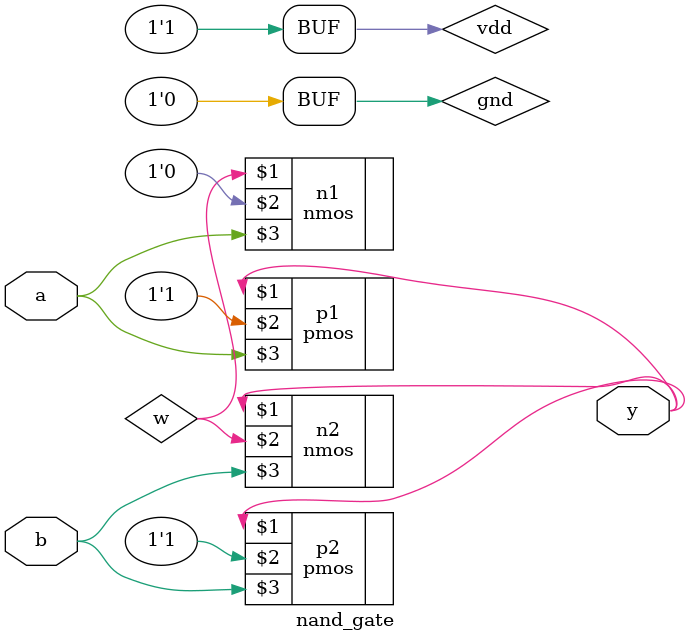
<source format=v>
module nand_gate(input a, b, output y);
	supply0 gnd;
	supply1 vdd;
	wire w;

	pmos p1(y, vdd, a);
	pmos p2(y, vdd, b);
	nmos n1(w, gnd, a);
	nmos n2(y, w, b);
endmodule





</source>
